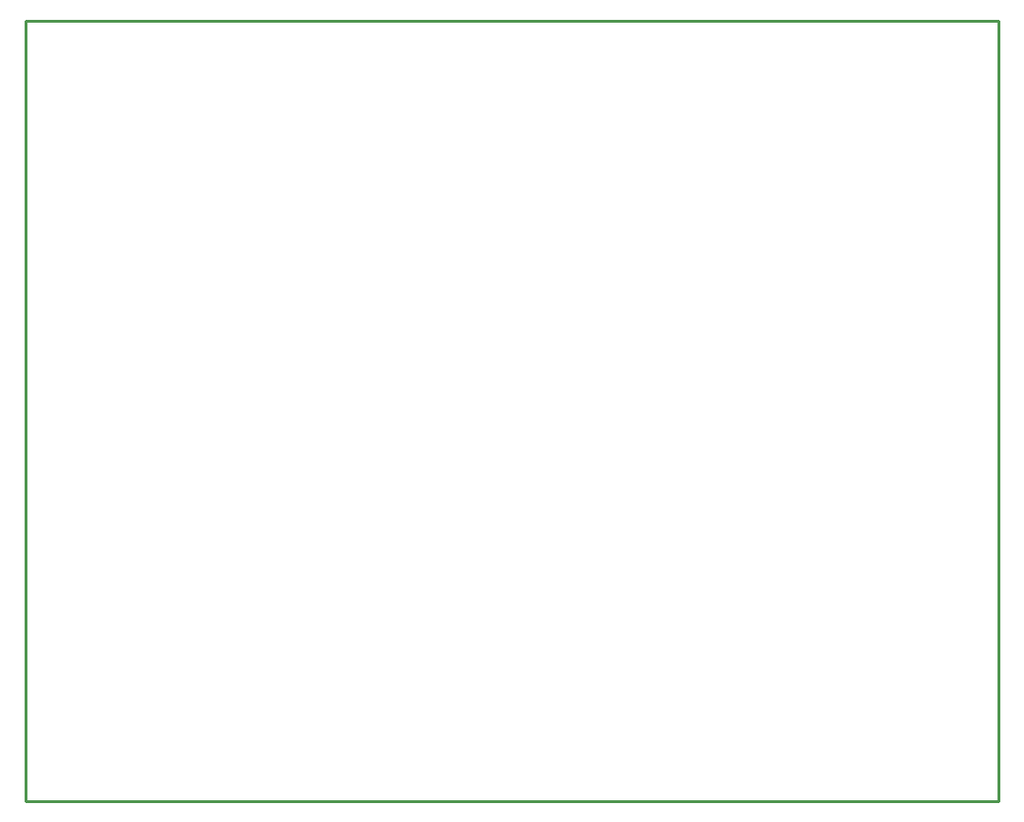
<source format=gko>
G04 EAGLE Gerber RS-274X export*
G75*
%MOMM*%
%FSLAX34Y34*%
%LPD*%
%IN*%
%IPPOS*%
%AMOC8*
5,1,8,0,0,1.08239X$1,22.5*%
G01*
%ADD10C,0.254000*%


D10*
X0Y0D02*
X869950Y50D01*
X869950Y698450D01*
X0Y698400D01*
X0Y0D01*
M02*

</source>
